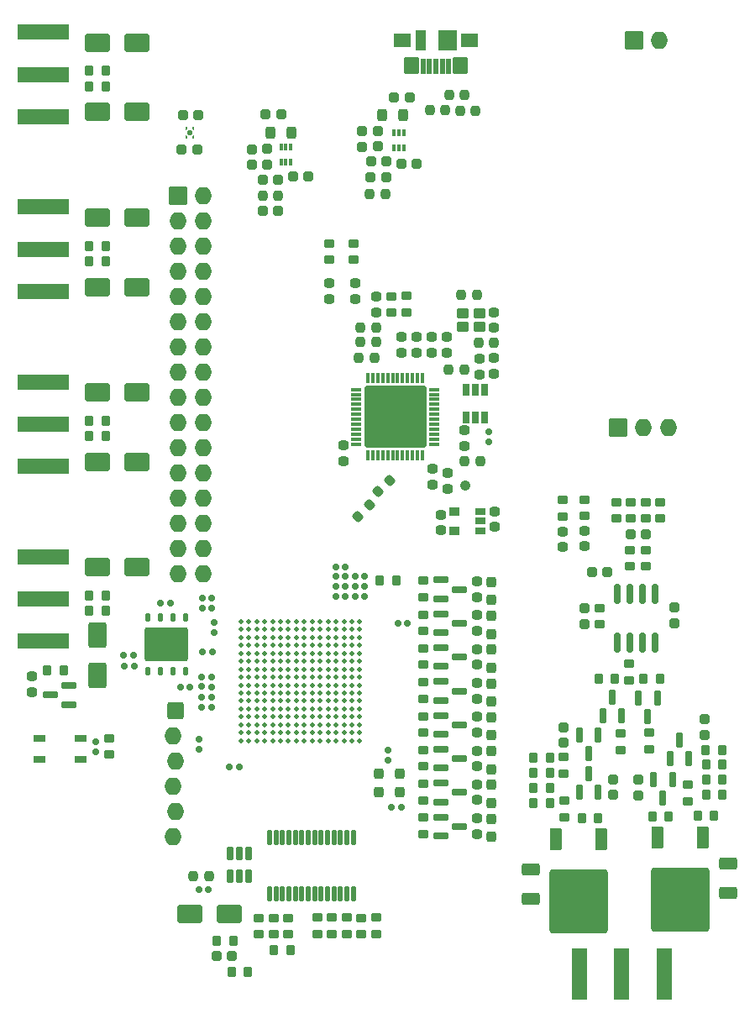
<source format=gbr>
%TF.GenerationSoftware,KiCad,Pcbnew,9.0.0-9.0.0-2~ubuntu22.04.1*%
%TF.CreationDate,2025-03-23T14:07:51-07:00*%
%TF.ProjectId,awg1,61776731-2e6b-4696-9361-645f70636258,rev?*%
%TF.SameCoordinates,Original*%
%TF.FileFunction,Soldermask,Top*%
%TF.FilePolarity,Negative*%
%FSLAX46Y46*%
G04 Gerber Fmt 4.6, Leading zero omitted, Abs format (unit mm)*
G04 Created by KiCad (PCBNEW 9.0.0-9.0.0-2~ubuntu22.04.1) date 2025-03-23 14:07:51*
%MOMM*%
%LPD*%
G01*
G04 APERTURE LIST*
G04 Aperture macros list*
%AMRoundRect*
0 Rectangle with rounded corners*
0 $1 Rounding radius*
0 $2 $3 $4 $5 $6 $7 $8 $9 X,Y pos of 4 corners*
0 Add a 4 corners polygon primitive as box body*
4,1,4,$2,$3,$4,$5,$6,$7,$8,$9,$2,$3,0*
0 Add four circle primitives for the rounded corners*
1,1,$1+$1,$2,$3*
1,1,$1+$1,$4,$5*
1,1,$1+$1,$6,$7*
1,1,$1+$1,$8,$9*
0 Add four rect primitives between the rounded corners*
20,1,$1+$1,$2,$3,$4,$5,0*
20,1,$1+$1,$4,$5,$6,$7,0*
20,1,$1+$1,$6,$7,$8,$9,0*
20,1,$1+$1,$8,$9,$2,$3,0*%
%AMFreePoly0*
4,1,6,0.180000,-0.105000,-0.180000,-0.105000,-0.180000,-0.075000,0.000000,0.105000,0.180000,0.105000,0.180000,-0.105000,0.180000,-0.105000,$1*%
%AMFreePoly1*
4,1,6,0.180000,-0.105000,0.000000,-0.105000,-0.180000,0.075000,-0.180000,0.105000,0.180000,0.105000,0.180000,-0.105000,0.180000,-0.105000,$1*%
%AMFreePoly2*
4,1,6,0.180000,-0.075000,0.180000,-0.105000,-0.180000,-0.105000,-0.180000,0.105000,0.000000,0.105000,0.180000,-0.075000,0.180000,-0.075000,$1*%
%AMFreePoly3*
4,1,6,0.180000,0.075000,0.000000,-0.105000,-0.180000,-0.105000,-0.180000,0.105000,0.180000,0.105000,0.180000,0.075000,0.180000,0.075000,$1*%
G04 Aperture macros list end*
%ADD10C,0.470000*%
%ADD11RoundRect,0.030000X0.225000X0.690000X-0.225000X0.690000X-0.225000X-0.690000X0.225000X-0.690000X0*%
%ADD12RoundRect,0.030000X0.825000X0.650000X-0.825000X0.650000X-0.825000X-0.650000X0.825000X-0.650000X0*%
%ADD13RoundRect,0.030000X0.712500X0.775000X-0.712500X0.775000X-0.712500X-0.775000X0.712500X-0.775000X0*%
%ADD14RoundRect,0.030000X0.900000X0.950000X-0.900000X0.950000X-0.900000X-0.950000X0.900000X-0.950000X0*%
%ADD15RoundRect,0.030000X0.500000X0.950000X-0.500000X0.950000X-0.500000X-0.950000X0.500000X-0.950000X0*%
%ADD16RoundRect,0.215000X-0.290000X0.215000X-0.290000X-0.215000X0.290000X-0.215000X0.290000X0.215000X0*%
%ADD17RoundRect,0.233750X0.233750X0.271250X-0.233750X0.271250X-0.233750X-0.271250X0.233750X-0.271250X0*%
%ADD18RoundRect,0.240000X0.265000X-0.240000X0.265000X0.240000X-0.265000X0.240000X-0.265000X-0.240000X0*%
%ADD19RoundRect,0.240000X-0.265000X0.240000X-0.265000X-0.240000X0.265000X-0.240000X0.265000X0.240000X0*%
%ADD20RoundRect,0.150000X-0.200000X0.150000X-0.200000X-0.150000X0.200000X-0.150000X0.200000X0.150000X0*%
%ADD21RoundRect,0.155000X-0.155000X-0.185000X0.155000X-0.185000X0.155000X0.185000X-0.155000X0.185000X0*%
%ADD22RoundRect,0.155000X-0.185000X0.155000X-0.185000X-0.155000X0.185000X-0.155000X0.185000X0.155000X0*%
%ADD23RoundRect,0.155000X0.155000X0.185000X-0.155000X0.185000X-0.155000X-0.185000X0.155000X-0.185000X0*%
%ADD24RoundRect,0.215000X0.215000X0.290000X-0.215000X0.290000X-0.215000X-0.290000X0.215000X-0.290000X0*%
%ADD25RoundRect,0.258333X1.021667X0.671667X-1.021667X0.671667X-1.021667X-0.671667X1.021667X-0.671667X0*%
%ADD26RoundRect,0.240000X0.240000X0.265000X-0.240000X0.265000X-0.240000X-0.265000X0.240000X-0.265000X0*%
%ADD27RoundRect,0.165000X0.165000X-0.527500X0.165000X0.527500X-0.165000X0.527500X-0.165000X-0.527500X0*%
%ADD28RoundRect,0.165000X0.165000X-0.602500X0.165000X0.602500X-0.165000X0.602500X-0.165000X-0.602500X0*%
%ADD29RoundRect,0.215000X0.290000X-0.215000X0.290000X0.215000X-0.290000X0.215000X-0.290000X-0.215000X0*%
%ADD30RoundRect,0.165000X-0.165000X0.602500X-0.165000X-0.602500X0.165000X-0.602500X0.165000X0.602500X0*%
%ADD31RoundRect,0.233750X0.271250X-0.233750X0.271250X0.233750X-0.271250X0.233750X-0.271250X-0.233750X0*%
%ADD32RoundRect,0.240000X-0.240000X-0.265000X0.240000X-0.265000X0.240000X0.265000X-0.240000X0.265000X0*%
%ADD33RoundRect,0.262500X-0.367500X0.867500X-0.367500X-0.867500X0.367500X-0.867500X0.367500X0.867500X0*%
%ADD34RoundRect,0.252584X-2.677416X2.977416X-2.677416X-2.977416X2.677416X-2.977416X2.677416X2.977416X0*%
%ADD35RoundRect,0.030000X-0.750000X-2.540000X0.750000X-2.540000X0.750000X2.540000X-0.750000X2.540000X0*%
%ADD36RoundRect,0.263043X-0.666957X0.341957X-0.666957X-0.341957X0.666957X-0.341957X0.666957X0.341957X0*%
%ADD37RoundRect,0.263043X0.666957X-0.341957X0.666957X0.341957X-0.666957X0.341957X-0.666957X-0.341957X0*%
%ADD38O,1.760000X1.760000*%
%ADD39RoundRect,0.030000X0.850000X-0.850000X0.850000X0.850000X-0.850000X0.850000X-0.850000X-0.850000X0*%
%ADD40RoundRect,0.165000X-0.165000X0.840000X-0.165000X-0.840000X0.165000X-0.840000X0.165000X0.840000X0*%
%ADD41RoundRect,0.215000X-0.215000X-0.290000X0.215000X-0.290000X0.215000X0.290000X-0.215000X0.290000X0*%
%ADD42RoundRect,0.150000X-0.150000X-0.200000X0.150000X-0.200000X0.150000X0.200000X-0.150000X0.200000X0*%
%ADD43RoundRect,0.233750X-0.271250X0.233750X-0.271250X-0.233750X0.271250X-0.233750X0.271250X0.233750X0*%
%ADD44RoundRect,0.258333X-1.021667X-0.671667X1.021667X-0.671667X1.021667X0.671667X-1.021667X0.671667X0*%
%ADD45RoundRect,0.215000X-0.053033X0.357089X-0.357089X0.053033X0.053033X-0.357089X0.357089X-0.053033X0*%
%ADD46RoundRect,0.030000X-2.540000X0.750000X-2.540000X-0.750000X2.540000X-0.750000X2.540000X0.750000X0*%
%ADD47RoundRect,0.115000X-0.115000X0.652500X-0.115000X-0.652500X0.115000X-0.652500X0.115000X0.652500X0*%
%ADD48RoundRect,0.252500X0.252500X-0.265000X0.252500X0.265000X-0.252500X0.265000X-0.252500X-0.265000X0*%
%ADD49RoundRect,0.233750X-0.233750X-0.271250X0.233750X-0.271250X0.233750X0.271250X-0.233750X0.271250X0*%
%ADD50RoundRect,0.150000X0.150000X0.200000X-0.150000X0.200000X-0.150000X-0.200000X0.150000X-0.200000X0*%
%ADD51RoundRect,0.287960X-2.842040X2.842040X-2.842040X-2.842040X2.842040X-2.842040X2.842040X2.842040X0*%
%ADD52RoundRect,0.077500X-0.452500X0.077500X-0.452500X-0.077500X0.452500X-0.077500X0.452500X0.077500X0*%
%ADD53RoundRect,0.077500X-0.077500X0.452500X-0.077500X-0.452500X0.077500X-0.452500X0.077500X0.452500X0*%
%ADD54RoundRect,0.233750X0.233750X0.396250X-0.233750X0.396250X-0.233750X-0.396250X0.233750X-0.396250X0*%
%ADD55RoundRect,0.165000X-0.602500X-0.165000X0.602500X-0.165000X0.602500X0.165000X-0.602500X0.165000X0*%
%ADD56RoundRect,0.352000X-0.528000X-0.528000X0.528000X-0.528000X0.528000X0.528000X-0.528000X0.528000X0*%
%ADD57RoundRect,0.150000X0.200000X-0.150000X0.200000X0.150000X-0.200000X0.150000X-0.200000X-0.150000X0*%
%ADD58RoundRect,0.100000X0.100000X-0.280000X0.100000X0.280000X-0.100000X0.280000X-0.100000X-0.280000X0*%
%ADD59RoundRect,0.030000X-0.850000X-0.850000X0.850000X-0.850000X0.850000X0.850000X-0.850000X0.850000X0*%
%ADD60RoundRect,0.192000X0.288000X-0.338000X0.288000X0.338000X-0.288000X0.338000X-0.288000X-0.338000X0*%
%ADD61RoundRect,0.155000X0.185000X-0.155000X0.185000X0.155000X-0.185000X0.155000X-0.185000X-0.155000X0*%
%ADD62RoundRect,0.165000X0.602500X0.165000X-0.602500X0.165000X-0.602500X-0.165000X0.602500X-0.165000X0*%
%ADD63C,1.060000*%
%ADD64RoundRect,0.254411X-1.925589X1.475589X-1.925589X-1.475589X1.925589X-1.475589X1.925589X1.475589X0*%
%ADD65RoundRect,0.140000X-0.140000X0.265000X-0.140000X-0.265000X0.140000X-0.265000X0.140000X0.265000X0*%
%ADD66RoundRect,0.258333X-0.671667X1.021667X-0.671667X-1.021667X0.671667X-1.021667X0.671667X1.021667X0*%
%ADD67RoundRect,0.030000X0.300000X-0.550000X0.300000X0.550000X-0.300000X0.550000X-0.300000X-0.550000X0*%
%ADD68RoundRect,0.030000X0.550000X0.450000X-0.550000X0.450000X-0.550000X-0.450000X0.550000X-0.450000X0*%
%ADD69RoundRect,0.120000X0.169706X0.000000X0.000000X0.169706X-0.169706X0.000000X0.000000X-0.169706X0*%
%ADD70FreePoly0,90.000000*%
%ADD71FreePoly1,90.000000*%
%ADD72FreePoly2,90.000000*%
%ADD73FreePoly3,90.000000*%
%ADD74RoundRect,0.030000X0.500000X0.350000X-0.500000X0.350000X-0.500000X-0.350000X0.500000X-0.350000X0*%
%ADD75RoundRect,0.030000X0.500000X0.325000X-0.500000X0.325000X-0.500000X-0.325000X0.500000X-0.325000X0*%
%ADD76RoundRect,0.030000X-0.525000X-0.325000X0.525000X-0.325000X0.525000X0.325000X-0.525000X0.325000X0*%
G04 APERTURE END LIST*
D10*
%TO.C,U201*%
X175513400Y-102074981D03*
X175513400Y-102874981D03*
X175513400Y-103674981D03*
X175513400Y-104474981D03*
X175513400Y-105274981D03*
X175513400Y-106074981D03*
X175513400Y-106874981D03*
X175513400Y-107674981D03*
X175513400Y-108474981D03*
X175513400Y-109274981D03*
X175513400Y-110074981D03*
X175513400Y-110874981D03*
X175513400Y-111674981D03*
X175513400Y-112474981D03*
X175513400Y-113274981D03*
X175513400Y-114074981D03*
X174713400Y-102074981D03*
X174713400Y-102874981D03*
X174713400Y-103674981D03*
X174713400Y-104474981D03*
X174713400Y-105274981D03*
X174713400Y-106074981D03*
X174713400Y-106874981D03*
X174713400Y-107674981D03*
X174713400Y-108474981D03*
X174713400Y-109274981D03*
X174713400Y-110074981D03*
X174713400Y-110874981D03*
X174713400Y-111674981D03*
X174713400Y-112474981D03*
X174713400Y-113274981D03*
X174713400Y-114074981D03*
X173913400Y-102074981D03*
X173913400Y-102874981D03*
X173913400Y-103674981D03*
X173913400Y-104474981D03*
X173913400Y-105274981D03*
X173913400Y-106074981D03*
X173913400Y-106874981D03*
X173913400Y-107674981D03*
X173913400Y-108474981D03*
X173913400Y-109274981D03*
X173913400Y-110074981D03*
X173913400Y-110874981D03*
X173913400Y-111674981D03*
X173913400Y-112474981D03*
X173913400Y-113274981D03*
X173913400Y-114074981D03*
X173113400Y-102074981D03*
X173113400Y-102874981D03*
X173113400Y-103674981D03*
X173113400Y-104474981D03*
X173113400Y-105274981D03*
X173113400Y-106074981D03*
X173113400Y-106874981D03*
X173113400Y-107674981D03*
X173113400Y-108474981D03*
X173113400Y-109274981D03*
X173113400Y-110074981D03*
X173113400Y-110874981D03*
X173113400Y-111674981D03*
X173113400Y-112474981D03*
X173113400Y-113274981D03*
X173113400Y-114074981D03*
X172313400Y-102074981D03*
X172313400Y-102874981D03*
X172313400Y-103674981D03*
X172313400Y-104474981D03*
X172313400Y-105274981D03*
X172313400Y-106074981D03*
X172313400Y-106874981D03*
X172313400Y-107674981D03*
X172313400Y-108474981D03*
X172313400Y-109274981D03*
X172313400Y-110074981D03*
X172313400Y-110874981D03*
X172313400Y-111674981D03*
X172313400Y-112474981D03*
X172313400Y-113274981D03*
X172313400Y-114074981D03*
X171513400Y-102074981D03*
X171513400Y-102874981D03*
X171513400Y-103674981D03*
X171513400Y-104474981D03*
X171513400Y-105274981D03*
X171513400Y-106074981D03*
X171513400Y-106874981D03*
X171513400Y-107674981D03*
X171513400Y-108474981D03*
X171513400Y-109274981D03*
X171513400Y-110074981D03*
X171513400Y-110874981D03*
X171513400Y-111674981D03*
X171513400Y-112474981D03*
X171513400Y-113274981D03*
X171513400Y-114074981D03*
X170713400Y-102074981D03*
X170713400Y-102874981D03*
X170713400Y-103674981D03*
X170713400Y-104474981D03*
X170713400Y-105274981D03*
X170713400Y-106074981D03*
X170713400Y-106874981D03*
X170713400Y-107674981D03*
X170713400Y-108474981D03*
X170713400Y-109274981D03*
X170713400Y-110074981D03*
X170713400Y-110874981D03*
X170713400Y-111674981D03*
X170713400Y-112474981D03*
X170713400Y-113274981D03*
X170713400Y-114074981D03*
X169913400Y-102074981D03*
X169913400Y-102874981D03*
X169913400Y-103674981D03*
X169913400Y-104474981D03*
X169913400Y-105274981D03*
X169913400Y-106074981D03*
X169913400Y-106874981D03*
X169913400Y-107674981D03*
X169913400Y-108474981D03*
X169913400Y-109274981D03*
X169913400Y-110074981D03*
X169913400Y-110874981D03*
X169913400Y-111674981D03*
X169913400Y-112474981D03*
X169913400Y-113274981D03*
X169913400Y-114074981D03*
X169113400Y-102074981D03*
X169113400Y-102874981D03*
X169113400Y-103674981D03*
X169113400Y-104474981D03*
X169113400Y-105274981D03*
X169113400Y-106074981D03*
X169113400Y-106874981D03*
X169113400Y-107674981D03*
X169113400Y-108474981D03*
X169113400Y-109274981D03*
X169113400Y-110074981D03*
X169113400Y-110874981D03*
X169113400Y-111674981D03*
X169113400Y-112474981D03*
X169113400Y-113274981D03*
X169113400Y-114074981D03*
X168313400Y-102074981D03*
X168313400Y-102874981D03*
X168313400Y-103674981D03*
X168313400Y-104474981D03*
X168313400Y-105274981D03*
X168313400Y-106074981D03*
X168313400Y-106874981D03*
X168313400Y-107674981D03*
X168313400Y-108474981D03*
X168313400Y-109274981D03*
X168313400Y-110074981D03*
X168313400Y-110874981D03*
X168313400Y-111674981D03*
X168313400Y-112474981D03*
X168313400Y-113274981D03*
X168313400Y-114074981D03*
X167513400Y-102074981D03*
X167513400Y-102874981D03*
X167513400Y-103674981D03*
X167513400Y-104474981D03*
X167513400Y-105274981D03*
X167513400Y-106074981D03*
X167513400Y-106874981D03*
X167513400Y-107674981D03*
X167513400Y-108474981D03*
X167513400Y-109274981D03*
X167513400Y-110074981D03*
X167513400Y-110874981D03*
X167513400Y-111674981D03*
X167513400Y-112474981D03*
X167513400Y-113274981D03*
X167513400Y-114074981D03*
X166713400Y-102074981D03*
X166713400Y-102874981D03*
X166713400Y-103674981D03*
X166713400Y-104474981D03*
X166713400Y-105274981D03*
X166713400Y-106074981D03*
X166713400Y-106874981D03*
X166713400Y-107674981D03*
X166713400Y-108474981D03*
X166713400Y-109274981D03*
X166713400Y-110074981D03*
X166713400Y-110874981D03*
X166713400Y-111674981D03*
X166713400Y-112474981D03*
X166713400Y-113274981D03*
X166713400Y-114074981D03*
X165913400Y-102074981D03*
X165913400Y-102874981D03*
X165913400Y-103674981D03*
X165913400Y-104474981D03*
X165913400Y-105274981D03*
X165913400Y-106074981D03*
X165913400Y-106874981D03*
X165913400Y-107674981D03*
X165913400Y-108474981D03*
X165913400Y-109274981D03*
X165913400Y-110074981D03*
X165913400Y-110874981D03*
X165913400Y-111674981D03*
X165913400Y-112474981D03*
X165913400Y-113274981D03*
X165913400Y-114074981D03*
X165113400Y-102074981D03*
X165113400Y-102874981D03*
X165113400Y-103674981D03*
X165113400Y-104474981D03*
X165113400Y-105274981D03*
X165113400Y-106074981D03*
X165113400Y-106874981D03*
X165113400Y-107674981D03*
X165113400Y-108474981D03*
X165113400Y-109274981D03*
X165113400Y-110074981D03*
X165113400Y-110874981D03*
X165113400Y-111674981D03*
X165113400Y-112474981D03*
X165113400Y-113274981D03*
X165113400Y-114074981D03*
X164313400Y-102074981D03*
X164313400Y-102874981D03*
X164313400Y-103674981D03*
X164313400Y-104474981D03*
X164313400Y-105274981D03*
X164313400Y-106074981D03*
X164313400Y-106874981D03*
X164313400Y-107674981D03*
X164313400Y-108474981D03*
X164313400Y-109274981D03*
X164313400Y-110074981D03*
X164313400Y-110874981D03*
X164313400Y-111674981D03*
X164313400Y-112474981D03*
X164313400Y-113274981D03*
X164313400Y-114074981D03*
X163513400Y-102074981D03*
X163513400Y-102874981D03*
X163513400Y-103674981D03*
X163513400Y-104474981D03*
X163513400Y-105274981D03*
X163513400Y-106074981D03*
X163513400Y-106874981D03*
X163513400Y-107674981D03*
X163513400Y-108474981D03*
X163513400Y-109274981D03*
X163513400Y-110074981D03*
X163513400Y-110874981D03*
X163513400Y-111674981D03*
X163513400Y-112474981D03*
X163513400Y-113274981D03*
X163513400Y-114074981D03*
%TD*%
D11*
%TO.C,J401*%
X184480200Y-46126400D03*
X183830200Y-46126400D03*
X183180200Y-46126400D03*
X182530200Y-46126400D03*
X181880200Y-46126400D03*
D12*
X186555200Y-43466400D03*
D13*
X185667700Y-46041400D03*
D14*
X184330200Y-43466400D03*
D15*
X181630200Y-43466400D03*
D13*
X180692700Y-46041400D03*
D12*
X179805200Y-43466400D03*
%TD*%
D16*
%TO.C,R2037*%
X178689000Y-69279000D03*
X178689000Y-70929000D03*
%TD*%
%TO.C,R2036*%
X180213000Y-69253600D03*
X180213000Y-70903600D03*
%TD*%
D17*
%TO.C,FB405*%
X185597800Y-50622200D03*
X187172800Y-50622200D03*
%TD*%
D18*
%TO.C,C2011*%
X196062600Y-114300000D03*
X196062600Y-112750000D03*
%TD*%
D19*
%TO.C,C2010*%
X210312000Y-111937800D03*
X210312000Y-113487800D03*
%TD*%
D20*
%TO.C,R211*%
X160858200Y-103149400D03*
X160858200Y-102129400D03*
%TD*%
D21*
%TO.C,C234*%
X163347400Y-116687600D03*
X162387400Y-116687600D03*
%TD*%
%TO.C,C233*%
X180314600Y-102285800D03*
X179354600Y-102285800D03*
%TD*%
D22*
%TO.C,C232*%
X178384200Y-116022000D03*
X178384200Y-115062000D03*
%TD*%
D23*
%TO.C,C231*%
X173106200Y-96545400D03*
X174066200Y-96545400D03*
%TD*%
%TO.C,C230*%
X160596400Y-99731600D03*
X159636400Y-99731600D03*
%TD*%
%TO.C,C229*%
X160599000Y-100736400D03*
X159639000Y-100736400D03*
%TD*%
D21*
%TO.C,C228*%
X175968600Y-99517200D03*
X175008600Y-99517200D03*
%TD*%
%TO.C,C227*%
X175968600Y-98526600D03*
X175008600Y-98526600D03*
%TD*%
D23*
%TO.C,C226*%
X173106200Y-99517200D03*
X174066200Y-99517200D03*
%TD*%
D21*
%TO.C,C225*%
X175968600Y-97536000D03*
X175008600Y-97536000D03*
%TD*%
D23*
%TO.C,C224*%
X173080800Y-97536000D03*
X174040800Y-97536000D03*
%TD*%
%TO.C,C223*%
X173080800Y-98526600D03*
X174040800Y-98526600D03*
%TD*%
D17*
%TO.C,FB404*%
X158749900Y-127736600D03*
X160324900Y-127736600D03*
%TD*%
D24*
%TO.C,R2030*%
X162598600Y-137363200D03*
X164248600Y-137363200D03*
%TD*%
%TO.C,R2029*%
X161100000Y-134213600D03*
X162750000Y-134213600D03*
%TD*%
D25*
%TO.C,D1404*%
X158375600Y-131572000D03*
X162375600Y-131572000D03*
%TD*%
D26*
%TO.C,C2009*%
X161048400Y-135763000D03*
X162598400Y-135763000D03*
%TD*%
D23*
%TO.C,C222*%
X159311400Y-129057400D03*
X160271400Y-129057400D03*
%TD*%
D27*
%TO.C,U502*%
X162407600Y-125487000D03*
X163357600Y-125487000D03*
X164307600Y-125487000D03*
X164307600Y-127762000D03*
X163357600Y-127762000D03*
X162407600Y-127762000D03*
%TD*%
D28*
%TO.C,Q2002*%
X206777000Y-115874600D03*
X208677000Y-115874600D03*
X207727000Y-113999600D03*
%TD*%
D24*
%TO.C,R2020*%
X212044500Y-115022100D03*
X210394500Y-115022100D03*
%TD*%
%TO.C,R2014*%
X212054500Y-116512100D03*
X210404500Y-116512100D03*
%TD*%
%TO.C,R2018*%
X212064500Y-119512100D03*
X210414500Y-119512100D03*
%TD*%
%TO.C,R2016*%
X212064500Y-118012100D03*
X210414500Y-118012100D03*
%TD*%
D19*
%TO.C,C2007*%
X203585300Y-118028300D03*
X203585300Y-119578300D03*
%TD*%
D29*
%TO.C,R2008*%
X202754500Y-94872100D03*
X202754500Y-96522100D03*
%TD*%
D30*
%TO.C,Q2003*%
X198574500Y-115400100D03*
X197624500Y-113525100D03*
X199524500Y-113525100D03*
%TD*%
D28*
%TO.C,Q2006*%
X198577700Y-117365100D03*
X199527700Y-119240100D03*
X197627700Y-119240100D03*
%TD*%
D31*
%TO.C,D2001*%
X198145400Y-92926200D03*
X198145400Y-94501200D03*
%TD*%
D24*
%TO.C,R2013*%
X193006600Y-120350633D03*
X194656600Y-120350633D03*
%TD*%
%TO.C,R2027*%
X205020900Y-121692100D03*
X206670900Y-121692100D03*
%TD*%
%TO.C,R2023*%
X209584800Y-121606900D03*
X211234800Y-121606900D03*
%TD*%
%TO.C,R2019*%
X194656700Y-115818500D03*
X193006700Y-115818500D03*
%TD*%
D32*
%TO.C,C2004*%
X200474100Y-97124100D03*
X198924100Y-97124100D03*
%TD*%
D33*
%TO.C,Q2008*%
X195266100Y-123971900D03*
D34*
X197546100Y-130271900D03*
D33*
X199826100Y-123971900D03*
%TD*%
D35*
%TO.C,J2005*%
X201929200Y-137609600D03*
X206179200Y-137609600D03*
X197679200Y-137609600D03*
%TD*%
D29*
%TO.C,R2025*%
X208588300Y-118524100D03*
X208588300Y-120174100D03*
%TD*%
D36*
%TO.C,C2006*%
X192735200Y-130048000D03*
X192735200Y-127098000D03*
%TD*%
D16*
%TO.C,R2034*%
X204642000Y-114928100D03*
X204642000Y-113278100D03*
%TD*%
D37*
%TO.C,C2005*%
X212665900Y-126452100D03*
X212665900Y-129402100D03*
%TD*%
D16*
%TO.C,R2035*%
X201781100Y-115016500D03*
X201781100Y-113366500D03*
%TD*%
D38*
%TO.C,J1801*%
X206654400Y-82550000D03*
X204114400Y-82550000D03*
D39*
X201574400Y-82550000D03*
%TD*%
D31*
%TO.C,D2002*%
X195961000Y-92996700D03*
X195961000Y-94571700D03*
%TD*%
D29*
%TO.C,R2026*%
X196092300Y-120137500D03*
X196092300Y-121787500D03*
%TD*%
D40*
%TO.C,U2001*%
X205259500Y-104217100D03*
X203989500Y-104217100D03*
X202719500Y-104217100D03*
X201449500Y-104217100D03*
X201449500Y-99267100D03*
X202719500Y-99267100D03*
X203989500Y-99267100D03*
X205259500Y-99267100D03*
%TD*%
D30*
%TO.C,Q2001*%
X204554500Y-111647100D03*
X203604500Y-109772100D03*
X205504500Y-109772100D03*
%TD*%
%TO.C,Q2005*%
X206074500Y-119857100D03*
X205124500Y-117982100D03*
X207024500Y-117982100D03*
%TD*%
D29*
%TO.C,R2007*%
X204304500Y-94877100D03*
X204304500Y-96527100D03*
%TD*%
%TO.C,R2006*%
X201354500Y-90027100D03*
X201354500Y-91677100D03*
%TD*%
D19*
%TO.C,C2002*%
X207217500Y-102229500D03*
X207217500Y-100679500D03*
%TD*%
D28*
%TO.C,Q2004*%
X200955100Y-109664300D03*
X201905100Y-111539300D03*
X200005100Y-111539300D03*
%TD*%
D29*
%TO.C,R2004*%
X204334500Y-90027100D03*
X204334500Y-91677100D03*
%TD*%
%TO.C,R2003*%
X202844500Y-90027100D03*
X202844500Y-91677100D03*
%TD*%
%TO.C,R2022*%
X195961000Y-89815400D03*
X195961000Y-91465400D03*
%TD*%
D18*
%TO.C,C2003*%
X198164500Y-100762100D03*
X198164500Y-102312100D03*
%TD*%
D29*
%TO.C,R2005*%
X205824500Y-90027100D03*
X205824500Y-91677100D03*
%TD*%
D33*
%TO.C,Q2007*%
X205558400Y-123842100D03*
D34*
X207838400Y-130142100D03*
D33*
X210118400Y-123842100D03*
%TD*%
D29*
%TO.C,R2024*%
X196066900Y-115730100D03*
X196066900Y-117380100D03*
%TD*%
D16*
%TO.C,R2009*%
X199724500Y-102342100D03*
X199724500Y-100692100D03*
%TD*%
D24*
%TO.C,R2015*%
X193006600Y-118837300D03*
X194656600Y-118837300D03*
%TD*%
D26*
%TO.C,C2001*%
X202824500Y-93237100D03*
X204374500Y-93237100D03*
%TD*%
D29*
%TO.C,R2010*%
X202644700Y-106330700D03*
X202644700Y-107980700D03*
%TD*%
%TO.C,R2021*%
X198196200Y-89764600D03*
X198196200Y-91414600D03*
%TD*%
D24*
%TO.C,R2017*%
X193006700Y-117331834D03*
X194656700Y-117331834D03*
%TD*%
D41*
%TO.C,R2032*%
X205742500Y-107880100D03*
X204092500Y-107880100D03*
%TD*%
D18*
%TO.C,C2008*%
X201045300Y-117989900D03*
X201045300Y-119539900D03*
%TD*%
D24*
%TO.C,R2028*%
X197887600Y-121860900D03*
X199537600Y-121860900D03*
%TD*%
%TO.C,R2031*%
X199571300Y-107854700D03*
X201221300Y-107854700D03*
%TD*%
D38*
%TO.C,J1802*%
X205729000Y-43459400D03*
D39*
X203189000Y-43459400D03*
%TD*%
D41*
%TO.C,R212*%
X145645922Y-106969078D03*
X143995922Y-106969078D03*
%TD*%
D29*
%TO.C,R1001*%
X181928422Y-108201409D03*
X181928422Y-109851409D03*
%TD*%
D42*
%TO.C,R208*%
X152740922Y-105479078D03*
X151720922Y-105479078D03*
%TD*%
D43*
%TO.C,R404*%
X186040172Y-84389931D03*
X186040172Y-82814931D03*
%TD*%
D44*
%TO.C,D1402*%
X153060922Y-50729078D03*
X149060922Y-50729078D03*
%TD*%
D17*
%TO.C,C309*%
X165705000Y-59150000D03*
X167280000Y-59150000D03*
%TD*%
D20*
%TO.C,R203*%
X160570000Y-108660000D03*
X160570000Y-107640000D03*
%TD*%
D29*
%TO.C,R1301*%
X181928422Y-97967125D03*
X181928422Y-99617125D03*
%TD*%
D18*
%TO.C,C312*%
X177340000Y-52630000D03*
X177340000Y-54180000D03*
%TD*%
D31*
%TO.C,C402*%
X189026476Y-70902431D03*
X189026476Y-72477431D03*
%TD*%
D29*
%TO.C,R801*%
X181928422Y-115024265D03*
X181928422Y-116674265D03*
%TD*%
D45*
%TO.C,R409*%
X175310800Y-91516200D03*
X176477526Y-90349474D03*
%TD*%
D31*
%TO.C,D701*%
X187318422Y-118498193D03*
X187318422Y-120073193D03*
%TD*%
D17*
%TO.C,C403*%
X184495000Y-49010000D03*
X186070000Y-49010000D03*
%TD*%
D46*
%TO.C,J1701*%
X143620922Y-60293574D03*
X143620922Y-68793574D03*
X143620922Y-64543574D03*
%TD*%
D47*
%TO.C,U501*%
X174855922Y-129552481D03*
X174205922Y-129552481D03*
X173555922Y-129552481D03*
X172905922Y-129552481D03*
X172255922Y-129552481D03*
X171605922Y-129552481D03*
X170955922Y-129552481D03*
X170305922Y-129552481D03*
X169655922Y-129552481D03*
X169005922Y-129552481D03*
X168355922Y-129552481D03*
X167705922Y-129552481D03*
X167055922Y-129552481D03*
X166405922Y-129552481D03*
X166405922Y-123827481D03*
X167055922Y-123827481D03*
X167705922Y-123827481D03*
X168355922Y-123827481D03*
X169005922Y-123827481D03*
X169655922Y-123827481D03*
X170305922Y-123827481D03*
X170955922Y-123827481D03*
X171605922Y-123827481D03*
X172255922Y-123827481D03*
X172905922Y-123827481D03*
X173555922Y-123827481D03*
X174205922Y-123827481D03*
X174855922Y-123827481D03*
%TD*%
D48*
%TO.C,R1302*%
X188798422Y-98077125D03*
X188798422Y-99902125D03*
%TD*%
D46*
%TO.C,J1501*%
X143620922Y-77915073D03*
X143620922Y-86415073D03*
X143620922Y-82165073D03*
%TD*%
D49*
%TO.C,C409*%
X177001476Y-75502431D03*
X175426476Y-75502431D03*
%TD*%
D25*
%TO.C,D1701*%
X149028422Y-61345073D03*
X153028422Y-61345073D03*
%TD*%
D23*
%TO.C,C220*%
X178720922Y-120759078D03*
X179680922Y-120759078D03*
%TD*%
D48*
%TO.C,R1002*%
X188798422Y-108311409D03*
X188798422Y-110136409D03*
%TD*%
D50*
%TO.C,R209*%
X155390000Y-100230000D03*
X156410000Y-100230000D03*
%TD*%
D26*
%TO.C,C302*%
X157665000Y-51040000D03*
X159215000Y-51040000D03*
%TD*%
D32*
%TO.C,C308*%
X181260000Y-55920000D03*
X179710000Y-55920000D03*
%TD*%
D29*
%TO.C,R701*%
X181928422Y-118435693D03*
X181928422Y-120085693D03*
%TD*%
D45*
%TO.C,R408*%
X177369037Y-89000763D03*
X178535763Y-87834037D03*
%TD*%
D29*
%TO.C,C501*%
X177190000Y-131915000D03*
X177190000Y-133565000D03*
%TD*%
%TO.C,R1101*%
X181928422Y-104789981D03*
X181928422Y-106439981D03*
%TD*%
D48*
%TO.C,R1202*%
X188798422Y-101488553D03*
X188798422Y-103313553D03*
%TD*%
D31*
%TO.C,C415*%
X183664476Y-91302931D03*
X183664476Y-92877931D03*
%TD*%
D26*
%TO.C,R307*%
X165712500Y-57520000D03*
X167262500Y-57520000D03*
%TD*%
D51*
%TO.C,U403*%
X179073372Y-81437531D03*
D52*
X182973372Y-78687531D03*
X182973372Y-79187531D03*
X182973372Y-79687531D03*
X182973372Y-80187531D03*
X182973372Y-80687531D03*
X182973372Y-81187531D03*
X182973372Y-81687531D03*
X182973372Y-82187531D03*
X182973372Y-82687531D03*
X182973372Y-83187531D03*
X182973372Y-83687531D03*
X182973372Y-84187531D03*
D53*
X181823372Y-85337531D03*
X181323372Y-85337531D03*
X180823372Y-85337531D03*
X180323372Y-85337531D03*
X179823372Y-85337531D03*
X179323372Y-85337531D03*
X178823372Y-85337531D03*
X178323372Y-85337531D03*
X177823372Y-85337531D03*
X177323372Y-85337531D03*
X176823372Y-85337531D03*
X176323372Y-85337531D03*
D52*
X175173372Y-84187531D03*
X175173372Y-83687531D03*
X175173372Y-83187531D03*
X175173372Y-82687531D03*
X175173372Y-82187531D03*
X175173372Y-81687531D03*
X175173372Y-81187531D03*
X175173372Y-80687531D03*
X175173372Y-80187531D03*
X175173372Y-79687531D03*
X175173372Y-79187531D03*
X175173372Y-78687531D03*
D53*
X176323372Y-77537531D03*
X176823372Y-77537531D03*
X177323372Y-77537531D03*
X177823372Y-77537531D03*
X178323372Y-77537531D03*
X178823372Y-77537531D03*
X179323372Y-77537531D03*
X179823372Y-77537531D03*
X180323372Y-77537531D03*
X180823372Y-77537531D03*
X181323372Y-77537531D03*
X181823372Y-77537531D03*
%TD*%
D49*
%TO.C,FB401*%
X184130000Y-50540000D03*
X182555000Y-50540000D03*
%TD*%
D54*
%TO.C,L302*%
X166517500Y-52800000D03*
X168642500Y-52800000D03*
%TD*%
D29*
%TO.C,R410*%
X172396476Y-63954931D03*
X172396476Y-65604931D03*
%TD*%
D31*
%TO.C,FB402*%
X184252172Y-73414931D03*
X184252172Y-74989931D03*
%TD*%
D55*
%TO.C,Q1101*%
X185565922Y-105659981D03*
X183690922Y-106609981D03*
X183690922Y-104709981D03*
%TD*%
D25*
%TO.C,D1501*%
X149028422Y-78966572D03*
X153028422Y-78966572D03*
%TD*%
D31*
%TO.C,D801*%
X187318422Y-115086765D03*
X187318422Y-116661765D03*
%TD*%
D32*
%TO.C,R305*%
X180535000Y-49280000D03*
X178985000Y-49280000D03*
%TD*%
D48*
%TO.C,R1102*%
X188798422Y-104899981D03*
X188798422Y-106724981D03*
%TD*%
D31*
%TO.C,D1201*%
X187318422Y-101441053D03*
X187318422Y-103016053D03*
%TD*%
D42*
%TO.C,R204*%
X160630922Y-105119078D03*
X159610922Y-105119078D03*
%TD*%
D41*
%TO.C,R1904*%
X149878422Y-99438071D03*
X148228422Y-99438071D03*
%TD*%
D29*
%TO.C,R601*%
X181928422Y-121847121D03*
X181928422Y-123497121D03*
%TD*%
D48*
%TO.C,R802*%
X188798422Y-115134265D03*
X188798422Y-116959265D03*
%TD*%
D44*
%TO.C,D1702*%
X153060922Y-68350577D03*
X149060922Y-68350577D03*
%TD*%
D38*
%TO.C,J202*%
X156703922Y-123729981D03*
X156957922Y-121189981D03*
X156703922Y-118649981D03*
X156957922Y-116109981D03*
X156703922Y-113569981D03*
D56*
X156957922Y-111029981D03*
%TD*%
D48*
%TO.C,R902*%
X188798422Y-111722837D03*
X188798422Y-113547837D03*
%TD*%
D31*
%TO.C,D1301*%
X187318422Y-98029625D03*
X187318422Y-99604625D03*
%TD*%
D42*
%TO.C,R210*%
X152780922Y-106559078D03*
X151760922Y-106559078D03*
%TD*%
D16*
%TO.C,R505*%
X174170000Y-133565000D03*
X174170000Y-131915000D03*
%TD*%
D26*
%TO.C,R306*%
X165700000Y-60680000D03*
X167250000Y-60680000D03*
%TD*%
D31*
%TO.C,R403*%
X189040172Y-75514931D03*
X189040172Y-77089931D03*
%TD*%
D17*
%TO.C,C411*%
X175559672Y-73910931D03*
X177134672Y-73910931D03*
%TD*%
D57*
%TO.C,R201*%
X159320922Y-113919078D03*
X159320922Y-114939078D03*
%TD*%
D31*
%TO.C,D1001*%
X187318422Y-108263909D03*
X187318422Y-109838909D03*
%TD*%
D41*
%TO.C,R1903*%
X149878422Y-81816572D03*
X148228422Y-81816572D03*
%TD*%
D55*
%TO.C,Q1301*%
X185565922Y-98837125D03*
X183690922Y-99787125D03*
X183690922Y-97887125D03*
%TD*%
D23*
%TO.C,C221*%
X157400922Y-108659078D03*
X158360922Y-108659078D03*
%TD*%
D31*
%TO.C,D1101*%
X187318422Y-104852481D03*
X187318422Y-106427481D03*
%TD*%
D58*
%TO.C,U303*%
X167560000Y-54270000D03*
X168060000Y-54270000D03*
X168560000Y-54270000D03*
X168560000Y-55770000D03*
X168060000Y-55770000D03*
X167560000Y-55770000D03*
%TD*%
D31*
%TO.C,C410*%
X181252172Y-73414931D03*
X181252172Y-74989931D03*
%TD*%
D24*
%TO.C,R506*%
X166865922Y-135159981D03*
X168515922Y-135159981D03*
%TD*%
D17*
%TO.C,C408*%
X184452672Y-76702431D03*
X186027672Y-76702431D03*
%TD*%
D38*
%TO.C,J201*%
X159720922Y-97219981D03*
X157180922Y-97219981D03*
X159720922Y-94679981D03*
X157180922Y-94679981D03*
X159720922Y-92139981D03*
X157180922Y-92139981D03*
X159720922Y-89599981D03*
X157180922Y-89599981D03*
X159720922Y-87059981D03*
X157180922Y-87059981D03*
X159720922Y-84519981D03*
X157180922Y-84519981D03*
X159720922Y-81979981D03*
X157180922Y-81979981D03*
X159720922Y-79439981D03*
X157180922Y-79439981D03*
X159720922Y-76899981D03*
X157180922Y-76899981D03*
X159720922Y-74359981D03*
X157180922Y-74359981D03*
X159720922Y-71819981D03*
X157180922Y-71819981D03*
X159720922Y-69279981D03*
X157180922Y-69279981D03*
X159720922Y-66739981D03*
X157180922Y-66739981D03*
X159720922Y-64199981D03*
X157180922Y-64199981D03*
X159720922Y-61659981D03*
X157180922Y-61659981D03*
X159720922Y-59119981D03*
D59*
X157180922Y-59119981D03*
%TD*%
D60*
%TO.C,X201*%
X177410922Y-119309078D03*
X177410922Y-117409078D03*
X179510922Y-117409078D03*
X179510922Y-119309078D03*
%TD*%
D61*
%TO.C,C209*%
X148892600Y-114224200D03*
X148892600Y-115184200D03*
%TD*%
D25*
%TO.C,D1401*%
X149028422Y-43723574D03*
X153028422Y-43723574D03*
%TD*%
D26*
%TO.C,R304*%
X166020000Y-50920000D03*
X167570000Y-50920000D03*
%TD*%
D43*
%TO.C,C414*%
X189126476Y-92539931D03*
X189126476Y-90964931D03*
%TD*%
D62*
%TO.C,Q201*%
X144280922Y-109489078D03*
X146155922Y-108539078D03*
X146155922Y-110439078D03*
%TD*%
D25*
%TO.C,D1601*%
X149028422Y-96588071D03*
X153028422Y-96588071D03*
%TD*%
D55*
%TO.C,Q801*%
X185565922Y-115894265D03*
X183690922Y-116844265D03*
X183690922Y-114944265D03*
%TD*%
D24*
%TO.C,R407*%
X177525000Y-97960000D03*
X179175000Y-97960000D03*
%TD*%
D29*
%TO.C,R501*%
X175670000Y-131935000D03*
X175670000Y-133585000D03*
%TD*%
D31*
%TO.C,D601*%
X187318422Y-121909621D03*
X187318422Y-123484621D03*
%TD*%
D46*
%TO.C,J1601*%
X143620922Y-95536572D03*
X143620922Y-104036572D03*
X143620922Y-99786572D03*
%TD*%
D31*
%TO.C,D901*%
X187318422Y-111675337D03*
X187318422Y-113250337D03*
%TD*%
D50*
%TO.C,R205*%
X159520922Y-110709078D03*
X160540922Y-110709078D03*
%TD*%
D49*
%TO.C,C404*%
X187627672Y-85902431D03*
X186052672Y-85902431D03*
%TD*%
D55*
%TO.C,Q1001*%
X185565922Y-109071409D03*
X183690922Y-110021409D03*
X183690922Y-108121409D03*
%TD*%
D31*
%TO.C,D401*%
X172436476Y-68002431D03*
X172436476Y-69577431D03*
%TD*%
D29*
%TO.C,R1201*%
X181928422Y-101378553D03*
X181928422Y-103028553D03*
%TD*%
D49*
%TO.C,R402*%
X187332476Y-69109431D03*
X185757476Y-69109431D03*
%TD*%
D63*
%TO.C,TP401*%
X186126476Y-88402431D03*
%TD*%
D46*
%TO.C,J1401*%
X143620922Y-42672075D03*
X143620922Y-51172075D03*
X143620922Y-46922075D03*
%TD*%
D43*
%TO.C,C405*%
X184326476Y-88689931D03*
X184326476Y-87114931D03*
%TD*%
D55*
%TO.C,Q1201*%
X185565922Y-102248553D03*
X183690922Y-103198553D03*
X183690922Y-101298553D03*
%TD*%
D17*
%TO.C,C401*%
X187465172Y-74002431D03*
X189040172Y-74002431D03*
%TD*%
D18*
%TO.C,C311*%
X164630000Y-54465000D03*
X164630000Y-56015000D03*
%TD*%
D64*
%TO.C,U202*%
X156025922Y-104339078D03*
D65*
X157930922Y-107039078D03*
X156660922Y-107039078D03*
X155390922Y-107039078D03*
X154120922Y-107039078D03*
X154120922Y-101639078D03*
X155390922Y-101639078D03*
X156660922Y-101639078D03*
X157930922Y-101639078D03*
%TD*%
D41*
%TO.C,R1901*%
X149878422Y-46573574D03*
X148228422Y-46573574D03*
%TD*%
D29*
%TO.C,R502*%
X171200000Y-131909981D03*
X171200000Y-133559981D03*
%TD*%
D66*
%TO.C,D1602*%
X149098000Y-107460800D03*
X149098000Y-103460800D03*
%TD*%
D48*
%TO.C,R602*%
X188798422Y-121957121D03*
X188798422Y-123782121D03*
%TD*%
D29*
%TO.C,R202*%
X150242600Y-113814200D03*
X150242600Y-115464200D03*
%TD*%
D24*
%TO.C,R1602*%
X148223422Y-100998071D03*
X149873422Y-100998071D03*
%TD*%
D61*
%TO.C,C214*%
X159590922Y-107679078D03*
X159590922Y-108639078D03*
%TD*%
D67*
%TO.C,U401*%
X186190172Y-78702431D03*
X187140172Y-78702431D03*
X188090172Y-78702431D03*
X188090172Y-81502431D03*
X187140172Y-81502431D03*
X186190172Y-81502431D03*
%TD*%
D55*
%TO.C,Q901*%
X185565922Y-112482837D03*
X183690922Y-113432837D03*
X183690922Y-111532837D03*
%TD*%
D54*
%TO.C,L303*%
X177727500Y-51040000D03*
X179852500Y-51040000D03*
%TD*%
D31*
%TO.C,R406*%
X179740172Y-73414931D03*
X179740172Y-74989931D03*
%TD*%
D68*
%TO.C,U402*%
X187606476Y-72339931D03*
X185876476Y-72339931D03*
X185876476Y-71039931D03*
X187576476Y-71039931D03*
%TD*%
D31*
%TO.C,D201*%
X142460922Y-107601578D03*
X142460922Y-109176578D03*
%TD*%
D58*
%TO.C,U304*%
X178980000Y-52800000D03*
X179480000Y-52800000D03*
X179980000Y-52800000D03*
X179980000Y-54300000D03*
X179480000Y-54300000D03*
X178980000Y-54300000D03*
%TD*%
D29*
%TO.C,C503*%
X168270000Y-131970019D03*
X168270000Y-133620019D03*
%TD*%
D24*
%TO.C,R1502*%
X148223422Y-83376572D03*
X149873422Y-83376572D03*
%TD*%
D16*
%TO.C,R504*%
X165320000Y-133595000D03*
X165320000Y-131945000D03*
%TD*%
D29*
%TO.C,R411*%
X174906476Y-63954931D03*
X174906476Y-65604931D03*
%TD*%
D43*
%TO.C,C406*%
X182826476Y-88289931D03*
X182826476Y-86714931D03*
%TD*%
D26*
%TO.C,R308*%
X176595000Y-57280000D03*
X178145000Y-57280000D03*
%TD*%
D18*
%TO.C,C313*%
X166130000Y-54435000D03*
X166130000Y-55985000D03*
%TD*%
D26*
%TO.C,R309*%
X176650000Y-55720000D03*
X178200000Y-55720000D03*
%TD*%
D41*
%TO.C,R1905*%
X149878422Y-64195073D03*
X148228422Y-64195073D03*
%TD*%
D55*
%TO.C,Q601*%
X185565922Y-122717121D03*
X183690922Y-123667121D03*
X183690922Y-121767121D03*
%TD*%
D57*
%TO.C,R405*%
X188553200Y-82922541D03*
X188553200Y-83942541D03*
%TD*%
D31*
%TO.C,C407*%
X173840172Y-84314931D03*
X173840172Y-85889931D03*
%TD*%
D32*
%TO.C,C307*%
X170315000Y-57210000D03*
X168765000Y-57210000D03*
%TD*%
D24*
%TO.C,R1702*%
X148223422Y-65755073D03*
X149873422Y-65755073D03*
%TD*%
D29*
%TO.C,R901*%
X181928422Y-111612837D03*
X181928422Y-113262837D03*
%TD*%
D17*
%TO.C,C310*%
X176507500Y-58990000D03*
X178082500Y-58990000D03*
%TD*%
%TO.C,C413*%
X175572172Y-72410931D03*
X177147172Y-72410931D03*
%TD*%
D43*
%TO.C,R401*%
X187574172Y-77153431D03*
X187574172Y-75578431D03*
%TD*%
D69*
%TO.C,U302*%
X158375000Y-52775000D03*
D70*
X158700000Y-52345000D03*
D71*
X158050000Y-52345000D03*
D72*
X158700000Y-53205000D03*
D73*
X158050000Y-53205000D03*
%TD*%
D74*
%TO.C,U404*%
X185026476Y-92902431D03*
X185026476Y-91002431D03*
D75*
X187626476Y-91002431D03*
X187626476Y-91952431D03*
X187626476Y-92902431D03*
%TD*%
D42*
%TO.C,R206*%
X160540922Y-109669078D03*
X159520922Y-109669078D03*
%TD*%
D76*
%TO.C,SW201*%
X147337600Y-115959200D03*
X143187600Y-115959200D03*
X147337600Y-113809200D03*
X143187600Y-113809200D03*
%TD*%
D55*
%TO.C,Q701*%
X185565922Y-119305693D03*
X183690922Y-120255693D03*
X183690922Y-118355693D03*
%TD*%
D29*
%TO.C,C502*%
X172707172Y-131909981D03*
X172707172Y-133559981D03*
%TD*%
D48*
%TO.C,R702*%
X188798422Y-118545693D03*
X188798422Y-120370693D03*
%TD*%
D44*
%TO.C,D1502*%
X153060922Y-85972076D03*
X149060922Y-85972076D03*
%TD*%
D31*
%TO.C,C412*%
X182740172Y-73414931D03*
X182740172Y-74989931D03*
%TD*%
%TO.C,D402*%
X175026476Y-68002431D03*
X175026476Y-69577431D03*
%TD*%
%TO.C,FB403*%
X177140172Y-69327431D03*
X177140172Y-70902431D03*
%TD*%
D16*
%TO.C,R503*%
X166802172Y-133595000D03*
X166802172Y-131945000D03*
%TD*%
D24*
%TO.C,R1402*%
X148223422Y-48133574D03*
X149873422Y-48133574D03*
%TD*%
D26*
%TO.C,C306*%
X157560000Y-54520000D03*
X159110000Y-54520000D03*
%TD*%
D18*
%TO.C,C314*%
X175740000Y-52665000D03*
X175740000Y-54215000D03*
%TD*%
M02*

</source>
